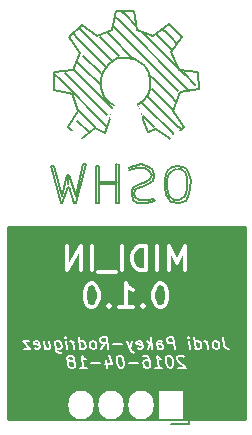
<source format=gbo>
G04 #@! TF.FileFunction,Legend,Bot*
%FSLAX46Y46*%
G04 Gerber Fmt 4.6, Leading zero omitted, Abs format (unit mm)*
G04 Created by KiCad (PCBNEW 4.0.1-stable) date Monday, April 18, 2016 'PMt' 10:33:09 PM*
%MOMM*%
G01*
G04 APERTURE LIST*
%ADD10C,0.100000*%
%ADD11C,0.150000*%
%ADD12C,0.254000*%
%ADD13C,0.152400*%
%ADD14C,0.304800*%
%ADD15C,2.700000*%
%ADD16C,2.400000*%
%ADD17R,2.127200X2.432000*%
%ADD18O,2.127200X2.432000*%
G04 APERTURE END LIST*
D10*
D11*
X154940000Y-119380000D02*
X147320000Y-119380000D01*
X154940000Y-116840000D02*
X147320000Y-116840000D01*
X157760000Y-116560000D02*
X156210000Y-116560000D01*
X147320000Y-119380000D02*
X147320000Y-116840000D01*
X154940000Y-116840000D02*
X154940000Y-119380000D01*
X156210000Y-119660000D02*
X157760000Y-119660000D01*
X157760000Y-119660000D02*
X157760000Y-116560000D01*
X151772620Y-85501480D02*
X157673040Y-91401900D01*
X157373320Y-90101420D02*
X156872940Y-89601040D01*
X152773380Y-88501220D02*
X153073100Y-88800940D01*
X154772360Y-91500960D02*
X154574240Y-91300300D01*
X155773120Y-86502240D02*
X155572460Y-86301580D01*
X156273500Y-87000080D02*
X156672280Y-87401400D01*
X155272740Y-87000080D02*
X154973020Y-86700360D01*
X154271980Y-87000080D02*
X153774140Y-86502240D01*
X152273000Y-85001100D02*
X152072340Y-84800440D01*
X151772620Y-85501480D02*
X151472900Y-85201760D01*
X151772620Y-86502240D02*
X151272240Y-86001860D01*
X150274020Y-87000080D02*
X150172420Y-86901020D01*
X151272240Y-87000080D02*
X150873460Y-86601300D01*
X148772880Y-86502240D02*
X148473160Y-86199980D01*
X148272500Y-87000080D02*
X147972780Y-86700360D01*
X156273500Y-92001340D02*
X156573220Y-92301060D01*
X154772360Y-90500200D02*
X154472640Y-90200480D01*
X156872940Y-94500700D02*
X157073600Y-94701360D01*
X154772360Y-92501720D02*
X154271980Y-92001340D01*
X156273500Y-95001080D02*
X156474160Y-95201740D01*
X154271980Y-93002100D02*
X153774140Y-92501720D01*
X154271980Y-94000320D02*
X153873200Y-93601540D01*
X148772880Y-89501980D02*
X148272500Y-89001600D01*
X148272500Y-89999820D02*
X147972780Y-89700100D01*
X148772880Y-93499940D02*
X148374100Y-93101160D01*
X146773900Y-90500200D02*
X146372580Y-90101420D01*
X148272500Y-94000320D02*
X149273260Y-95001080D01*
X148772880Y-93499940D02*
X149773640Y-94500700D01*
X146773900Y-90500200D02*
X150771860Y-94500700D01*
X147271740Y-89999820D02*
X150771860Y-93499940D01*
X148272500Y-89999820D02*
X151272240Y-93002100D01*
X154271980Y-94000320D02*
X154772360Y-94500700D01*
X154271980Y-93002100D02*
X156273500Y-95001080D01*
X154772360Y-92501720D02*
X156773880Y-94500700D01*
X154772360Y-91500960D02*
X156273500Y-93002100D01*
X154772360Y-90500200D02*
X156273500Y-92001340D01*
X152273000Y-85001100D02*
X153273760Y-86001860D01*
X155773120Y-86502240D02*
X156273500Y-87000080D01*
X155272740Y-87000080D02*
X156273500Y-88000840D01*
X157274260Y-89999820D02*
X158272480Y-91000580D01*
X154271980Y-87000080D02*
X156773880Y-89501980D01*
X151772620Y-86502240D02*
X156773880Y-91500960D01*
X148772880Y-89501980D02*
X150274020Y-91000580D01*
X148772880Y-88501220D02*
X150274020Y-89999820D01*
X151272240Y-87000080D02*
X152773380Y-88501220D01*
X148272500Y-87000080D02*
X150771860Y-89501980D01*
X148772880Y-86502240D02*
X151272240Y-89001600D01*
X150274020Y-87000080D02*
X151772620Y-88501220D01*
X147472400Y-98800920D02*
X147472400Y-99400360D01*
X148973540Y-97701100D02*
X148173440Y-101000560D01*
X148173440Y-101000560D02*
X147972780Y-101000560D01*
X147972780Y-101000560D02*
X147574000Y-99601020D01*
X147574000Y-99601020D02*
X147472400Y-99601020D01*
X147472400Y-99601020D02*
X146972020Y-101000560D01*
X146972020Y-101000560D02*
X146872960Y-101000560D01*
X146872960Y-101000560D02*
X146072860Y-97800160D01*
X146072860Y-97800160D02*
X146273520Y-97800160D01*
X146273520Y-97800160D02*
X146972020Y-100401120D01*
X146972020Y-100401120D02*
X147373340Y-98600260D01*
X147373340Y-98600260D02*
X147574000Y-98600260D01*
X147574000Y-98600260D02*
X148173440Y-100401120D01*
X148173440Y-100401120D02*
X148772880Y-97701100D01*
X148772880Y-97701100D02*
X148973540Y-97701100D01*
X151673560Y-99202240D02*
X150172420Y-99202240D01*
X150172420Y-99202240D02*
X150172420Y-99400360D01*
X150172420Y-99400360D02*
X151571960Y-99400360D01*
X150073360Y-97800160D02*
X150073360Y-101000560D01*
X150073360Y-101000560D02*
X149872700Y-101000560D01*
X149872700Y-101000560D02*
X149872700Y-97800160D01*
X149872700Y-97800160D02*
X150073360Y-97800160D01*
X151571960Y-97701100D02*
X151673560Y-97701100D01*
X151772620Y-97701100D02*
X151772620Y-101000560D01*
X151772620Y-101000560D02*
X151571960Y-101000560D01*
X151571960Y-101000560D02*
X151571960Y-97701100D01*
X152671780Y-98000820D02*
X152773380Y-97901760D01*
X152773380Y-97901760D02*
X153172160Y-97800160D01*
X153172160Y-97800160D02*
X153672540Y-97701100D01*
X153672540Y-97701100D02*
X154373580Y-97901760D01*
X154373580Y-97901760D02*
X154673300Y-98201480D01*
X154673300Y-98201480D02*
X154772360Y-98701860D01*
X154772360Y-98701860D02*
X154673300Y-99100640D01*
X154673300Y-99100640D02*
X154271980Y-99400360D01*
X154271980Y-99400360D02*
X153774140Y-99601020D01*
X153774140Y-99601020D02*
X153372820Y-99700080D01*
X153372820Y-99700080D02*
X153172160Y-99900740D01*
X153172160Y-99900740D02*
X153073100Y-100200460D01*
X153073100Y-100200460D02*
X153172160Y-100500180D01*
X153172160Y-100500180D02*
X153471880Y-100700840D01*
X153471880Y-100700840D02*
X153873200Y-100700840D01*
X153873200Y-100700840D02*
X154373580Y-100700840D01*
X154373580Y-100700840D02*
X154673300Y-100601780D01*
X154673300Y-100601780D02*
X154873960Y-100700840D01*
X154873960Y-100700840D02*
X154574240Y-100901500D01*
X154574240Y-100901500D02*
X153972260Y-101000560D01*
X153972260Y-101000560D02*
X153372820Y-101000560D01*
X153372820Y-101000560D02*
X152974040Y-100700840D01*
X152974040Y-100700840D02*
X152872440Y-100200460D01*
X152872440Y-100200460D02*
X152872440Y-99900740D01*
X152872440Y-99900740D02*
X153073100Y-99601020D01*
X153073100Y-99601020D02*
X153573480Y-99400360D01*
X153573480Y-99400360D02*
X154073860Y-99202240D01*
X154073860Y-99202240D02*
X154472640Y-98899980D01*
X154472640Y-98899980D02*
X154574240Y-98600260D01*
X154574240Y-98600260D02*
X154373580Y-98300540D01*
X154373580Y-98300540D02*
X153972260Y-98000820D01*
X153972260Y-98000820D02*
X153372820Y-98000820D01*
X153372820Y-98000820D02*
X152974040Y-98099880D01*
X152974040Y-98099880D02*
X152671780Y-98201480D01*
X156773880Y-98099880D02*
X157073600Y-98099880D01*
X157073600Y-98099880D02*
X157472380Y-98402140D01*
X157472380Y-98402140D02*
X157573980Y-98899980D01*
X157573980Y-98899980D02*
X157573980Y-99700080D01*
X157573980Y-99700080D02*
X157472380Y-100200460D01*
X157472380Y-100200460D02*
X157274260Y-100500180D01*
X157274260Y-100500180D02*
X156872940Y-100700840D01*
X156872940Y-100700840D02*
X156474160Y-100700840D01*
X156474160Y-100700840D02*
X156072840Y-100401120D01*
X156072840Y-100401120D02*
X155872180Y-99700080D01*
X155872180Y-99700080D02*
X155872180Y-98899980D01*
X155872180Y-98899980D02*
X156072840Y-98501200D01*
X156072840Y-98501200D02*
X156273500Y-98300540D01*
X156273500Y-98300540D02*
X156672280Y-98099880D01*
X156773880Y-97800160D02*
X157172660Y-97901760D01*
X157172660Y-97901760D02*
X157472380Y-98000820D01*
X157472380Y-98000820D02*
X157772100Y-98501200D01*
X157772100Y-98501200D02*
X157873700Y-99100640D01*
X157873700Y-99100640D02*
X157772100Y-100200460D01*
X157772100Y-100200460D02*
X157472380Y-100799900D01*
X157472380Y-100799900D02*
X156872940Y-101000560D01*
X156872940Y-101000560D02*
X156171900Y-100901500D01*
X156171900Y-100901500D02*
X155773120Y-100302060D01*
X155773120Y-100302060D02*
X155674060Y-99601020D01*
X155674060Y-99601020D02*
X155674060Y-98899980D01*
X155674060Y-98899980D02*
X155872180Y-98300540D01*
X155872180Y-98300540D02*
X156273500Y-97901760D01*
X156273500Y-97901760D02*
X156773880Y-97800160D01*
X153372820Y-92702380D02*
X153873200Y-92301060D01*
X153873200Y-92301060D02*
X154271980Y-91800680D01*
X154271980Y-91800680D02*
X154472640Y-91300300D01*
X154472640Y-91300300D02*
X154472640Y-90601800D01*
X154472640Y-90601800D02*
X154371040Y-90002360D01*
X154371040Y-90002360D02*
X153972260Y-89400380D01*
X153972260Y-89400380D02*
X153172160Y-88800940D01*
X153172160Y-88800940D02*
X152372060Y-88701880D01*
X152372060Y-88701880D02*
X151671020Y-88701880D01*
X151671020Y-88701880D02*
X150972520Y-89202260D01*
X150972520Y-89202260D02*
X150472140Y-89900760D01*
X150472140Y-89900760D02*
X150271480Y-90500200D01*
X150271480Y-90500200D02*
X150271480Y-91201240D01*
X150271480Y-91201240D02*
X150571200Y-92001340D01*
X150571200Y-92001340D02*
X151071580Y-92501720D01*
X151071580Y-92501720D02*
X151371300Y-92702380D01*
X151371300Y-92801440D02*
X150622000Y-95051880D01*
X150622000Y-95051880D02*
X149771100Y-94602300D01*
X149771100Y-94602300D02*
X148473160Y-95600520D01*
X148473160Y-95600520D02*
X147472400Y-94500700D01*
X147472400Y-94500700D02*
X148371560Y-93200220D01*
X148371560Y-93200220D02*
X147871180Y-91902280D01*
X147871180Y-91902280D02*
X147871180Y-91701620D01*
X147871180Y-91701620D02*
X146270980Y-91401900D01*
X146270980Y-91401900D02*
X146270980Y-89900760D01*
X146270980Y-89900760D02*
X147871180Y-89702640D01*
X147871180Y-89702640D02*
X148473160Y-88300560D01*
X148473160Y-88300560D02*
X147571460Y-86901020D01*
X147571460Y-86901020D02*
X148671280Y-85900260D01*
X148671280Y-85900260D02*
X149971760Y-86801960D01*
X149971760Y-86801960D02*
X151173180Y-86301580D01*
X151173180Y-86301580D02*
X151571960Y-84701380D01*
X151571960Y-84701380D02*
X153073100Y-84701380D01*
X153073100Y-84701380D02*
X153372820Y-86301580D01*
X153372820Y-86301580D02*
X154673300Y-86801960D01*
X154673300Y-86801960D02*
X156072840Y-85801200D01*
X156072840Y-85801200D02*
X157172660Y-86901020D01*
X157172660Y-86901020D02*
X156171900Y-88201500D01*
X156171900Y-88201500D02*
X156872940Y-89702640D01*
X156872940Y-89702640D02*
X158473140Y-89900760D01*
X158473140Y-89900760D02*
X158572200Y-91300300D01*
X158572200Y-91300300D02*
X156972000Y-91602560D01*
X156972000Y-91602560D02*
X156372560Y-93200220D01*
X156372560Y-93200220D02*
X157271720Y-94500700D01*
X157271720Y-94500700D02*
X156270960Y-95600520D01*
X156270960Y-95600520D02*
X154973020Y-94701360D01*
X154973020Y-94701360D02*
X154271980Y-95001080D01*
X154271980Y-95001080D02*
X153372820Y-92702380D01*
D12*
G36*
X162433000Y-119253000D02*
X142367000Y-119253000D01*
X142367000Y-102997000D01*
X162433000Y-102997000D01*
X162433000Y-119253000D01*
X162433000Y-119253000D01*
G37*
X162433000Y-119253000D02*
X142367000Y-119253000D01*
X142367000Y-102997000D01*
X162433000Y-102997000D01*
X162433000Y-119253000D01*
%LPC*%
D13*
X160627785Y-112321219D02*
X160718500Y-113046933D01*
X160785022Y-113192076D01*
X160893880Y-113288838D01*
X161045070Y-113337219D01*
X161141832Y-113337219D01*
X160125832Y-113337219D02*
X160216547Y-113288838D01*
X160258880Y-113240457D01*
X160295166Y-113143695D01*
X160258880Y-112853410D01*
X160198404Y-112756648D01*
X160143975Y-112708267D01*
X160041166Y-112659886D01*
X159896024Y-112659886D01*
X159805309Y-112708267D01*
X159762976Y-112756648D01*
X159726690Y-112853410D01*
X159762976Y-113143695D01*
X159823452Y-113240457D01*
X159877881Y-113288838D01*
X159980690Y-113337219D01*
X160125832Y-113337219D01*
X159351737Y-113337219D02*
X159267071Y-112659886D01*
X159291261Y-112853410D02*
X159230785Y-112756648D01*
X159176356Y-112708267D01*
X159073547Y-112659886D01*
X158976786Y-112659886D01*
X158287357Y-113337219D02*
X158160357Y-112321219D01*
X158281310Y-113288838D02*
X158384119Y-113337219D01*
X158577642Y-113337219D01*
X158668357Y-113288838D01*
X158710690Y-113240457D01*
X158746976Y-113143695D01*
X158710690Y-112853410D01*
X158650214Y-112756648D01*
X158595785Y-112708267D01*
X158492976Y-112659886D01*
X158299453Y-112659886D01*
X158208738Y-112708267D01*
X157803547Y-113337219D02*
X157718881Y-112659886D01*
X157676547Y-112321219D02*
X157730976Y-112369600D01*
X157688643Y-112417981D01*
X157634214Y-112369600D01*
X157676547Y-112321219D01*
X157688643Y-112417981D01*
X156545642Y-113337219D02*
X156418642Y-112321219D01*
X156031595Y-112321219D01*
X155940881Y-112369600D01*
X155898548Y-112417981D01*
X155862262Y-112514743D01*
X155880405Y-112659886D01*
X155940881Y-112756648D01*
X155995310Y-112805029D01*
X156098119Y-112853410D01*
X156485166Y-112853410D01*
X155094214Y-113337219D02*
X155027691Y-112805029D01*
X155063976Y-112708267D01*
X155154691Y-112659886D01*
X155348214Y-112659886D01*
X155451023Y-112708267D01*
X155088167Y-113288838D02*
X155190976Y-113337219D01*
X155432880Y-113337219D01*
X155523595Y-113288838D01*
X155559880Y-113192076D01*
X155547785Y-113095314D01*
X155487309Y-112998552D01*
X155384499Y-112950171D01*
X155142595Y-112950171D01*
X155039786Y-112901790D01*
X154610404Y-113337219D02*
X154483404Y-112321219D01*
X154465261Y-112950171D02*
X154223357Y-113337219D01*
X154138691Y-112659886D02*
X154574119Y-113046933D01*
X153394834Y-113288838D02*
X153497643Y-113337219D01*
X153691166Y-113337219D01*
X153781881Y-113288838D01*
X153818166Y-113192076D01*
X153769786Y-112805029D01*
X153709309Y-112708267D01*
X153606500Y-112659886D01*
X153412977Y-112659886D01*
X153322262Y-112708267D01*
X153285977Y-112805029D01*
X153298072Y-112901790D01*
X153793976Y-112998552D01*
X152929167Y-112659886D02*
X152771928Y-113337219D01*
X152445358Y-112659886D02*
X152771928Y-113337219D01*
X152898929Y-113579124D01*
X152953357Y-113627505D01*
X153056167Y-113675886D01*
X152094595Y-112950171D02*
X151320500Y-112950171D01*
X150304500Y-113337219D02*
X150582690Y-112853410D01*
X150885071Y-113337219D02*
X150758071Y-112321219D01*
X150371024Y-112321219D01*
X150280310Y-112369600D01*
X150237977Y-112417981D01*
X150201691Y-112514743D01*
X150219834Y-112659886D01*
X150280310Y-112756648D01*
X150334739Y-112805029D01*
X150437548Y-112853410D01*
X150824595Y-112853410D01*
X149723928Y-113337219D02*
X149814643Y-113288838D01*
X149856976Y-113240457D01*
X149893262Y-113143695D01*
X149856976Y-112853410D01*
X149796500Y-112756648D01*
X149742071Y-112708267D01*
X149639262Y-112659886D01*
X149494120Y-112659886D01*
X149403405Y-112708267D01*
X149361072Y-112756648D01*
X149324786Y-112853410D01*
X149361072Y-113143695D01*
X149421548Y-113240457D01*
X149475977Y-113288838D01*
X149578786Y-113337219D01*
X149723928Y-113337219D01*
X148514405Y-113337219D02*
X148387405Y-112321219D01*
X148508358Y-113288838D02*
X148611167Y-113337219D01*
X148804690Y-113337219D01*
X148895405Y-113288838D01*
X148937738Y-113240457D01*
X148974024Y-113143695D01*
X148937738Y-112853410D01*
X148877262Y-112756648D01*
X148822833Y-112708267D01*
X148720024Y-112659886D01*
X148526501Y-112659886D01*
X148435786Y-112708267D01*
X148030595Y-113337219D02*
X147945929Y-112659886D01*
X147970119Y-112853410D02*
X147909643Y-112756648D01*
X147855214Y-112708267D01*
X147752405Y-112659886D01*
X147655644Y-112659886D01*
X147401643Y-113337219D02*
X147316977Y-112659886D01*
X147274643Y-112321219D02*
X147329072Y-112369600D01*
X147286739Y-112417981D01*
X147232310Y-112369600D01*
X147274643Y-112321219D01*
X147286739Y-112417981D01*
X146397739Y-112659886D02*
X146500548Y-113482362D01*
X146561025Y-113579124D01*
X146615453Y-113627505D01*
X146718262Y-113675886D01*
X146863405Y-113675886D01*
X146954119Y-113627505D01*
X146476358Y-113288838D02*
X146579167Y-113337219D01*
X146772690Y-113337219D01*
X146863405Y-113288838D01*
X146905738Y-113240457D01*
X146942024Y-113143695D01*
X146905738Y-112853410D01*
X146845262Y-112756648D01*
X146790833Y-112708267D01*
X146688024Y-112659886D01*
X146494501Y-112659886D01*
X146403786Y-112708267D01*
X145478501Y-112659886D02*
X145563167Y-113337219D01*
X145913929Y-112659886D02*
X145980452Y-113192076D01*
X145944167Y-113288838D01*
X145853452Y-113337219D01*
X145708310Y-113337219D01*
X145605501Y-113288838D01*
X145551072Y-113240457D01*
X144686263Y-113288838D02*
X144789072Y-113337219D01*
X144982595Y-113337219D01*
X145073310Y-113288838D01*
X145109595Y-113192076D01*
X145061215Y-112805029D01*
X145000738Y-112708267D01*
X144897929Y-112659886D01*
X144704406Y-112659886D01*
X144613691Y-112708267D01*
X144577406Y-112805029D01*
X144589501Y-112901790D01*
X145085405Y-112998552D01*
X144220596Y-112659886D02*
X143688406Y-112659886D01*
X144305262Y-113337219D01*
X143773072Y-113337219D01*
X157277405Y-113992781D02*
X157222976Y-113944400D01*
X157120166Y-113896019D01*
X156878262Y-113896019D01*
X156787548Y-113944400D01*
X156745215Y-113992781D01*
X156708929Y-114089543D01*
X156721024Y-114186305D01*
X156787548Y-114331448D01*
X157440690Y-114912019D01*
X156811738Y-114912019D01*
X156055785Y-113896019D02*
X155959024Y-113896019D01*
X155868310Y-113944400D01*
X155825977Y-113992781D01*
X155789691Y-114089543D01*
X155765500Y-114283067D01*
X155795738Y-114524971D01*
X155868310Y-114718495D01*
X155928786Y-114815257D01*
X155983215Y-114863638D01*
X156086024Y-114912019D01*
X156182785Y-114912019D01*
X156273500Y-114863638D01*
X156315833Y-114815257D01*
X156352119Y-114718495D01*
X156376309Y-114524971D01*
X156346071Y-114283067D01*
X156273500Y-114089543D01*
X156213024Y-113992781D01*
X156158595Y-113944400D01*
X156055785Y-113896019D01*
X154876500Y-114912019D02*
X155457071Y-114912019D01*
X155166785Y-114912019D02*
X155039785Y-113896019D01*
X155154690Y-114041162D01*
X155263547Y-114137924D01*
X155366357Y-114186305D01*
X153878643Y-113896019D02*
X154072166Y-113896019D01*
X154174976Y-113944400D01*
X154229405Y-113992781D01*
X154344309Y-114137924D01*
X154416881Y-114331448D01*
X154465262Y-114718495D01*
X154428976Y-114815257D01*
X154386643Y-114863638D01*
X154295928Y-114912019D01*
X154102405Y-114912019D01*
X153999596Y-114863638D01*
X153945167Y-114815257D01*
X153884691Y-114718495D01*
X153854453Y-114476590D01*
X153890739Y-114379829D01*
X153933072Y-114331448D01*
X154023786Y-114283067D01*
X154217309Y-114283067D01*
X154320119Y-114331448D01*
X154374548Y-114379829D01*
X154435024Y-114476590D01*
X153425071Y-114524971D02*
X152650976Y-114524971D01*
X151895023Y-113896019D02*
X151798262Y-113896019D01*
X151707548Y-113944400D01*
X151665215Y-113992781D01*
X151628929Y-114089543D01*
X151604738Y-114283067D01*
X151634976Y-114524971D01*
X151707548Y-114718495D01*
X151768024Y-114815257D01*
X151822453Y-114863638D01*
X151925262Y-114912019D01*
X152022023Y-114912019D01*
X152112738Y-114863638D01*
X152155071Y-114815257D01*
X152191357Y-114718495D01*
X152215547Y-114524971D01*
X152185309Y-114283067D01*
X152112738Y-114089543D01*
X152052262Y-113992781D01*
X151997833Y-113944400D01*
X151895023Y-113896019D01*
X150727834Y-114234686D02*
X150812500Y-114912019D01*
X150921357Y-113847638D02*
X151253976Y-114573352D01*
X150625024Y-114573352D01*
X150231928Y-114524971D02*
X149457833Y-114524971D01*
X148490214Y-114912019D02*
X149070785Y-114912019D01*
X148780499Y-114912019D02*
X148653499Y-113896019D01*
X148768404Y-114041162D01*
X148877261Y-114137924D01*
X148980071Y-114186305D01*
X147837071Y-114331448D02*
X147927785Y-114283067D01*
X147970119Y-114234686D01*
X148006404Y-114137924D01*
X148000357Y-114089543D01*
X147939881Y-113992781D01*
X147885452Y-113944400D01*
X147782642Y-113896019D01*
X147589119Y-113896019D01*
X147498405Y-113944400D01*
X147456072Y-113992781D01*
X147419786Y-114089543D01*
X147425833Y-114137924D01*
X147486310Y-114234686D01*
X147540738Y-114283067D01*
X147643548Y-114331448D01*
X147837071Y-114331448D01*
X147939881Y-114379829D01*
X147994309Y-114428210D01*
X148054785Y-114524971D01*
X148078976Y-114718495D01*
X148042690Y-114815257D01*
X148000357Y-114863638D01*
X147909642Y-114912019D01*
X147716119Y-114912019D01*
X147613310Y-114863638D01*
X147558881Y-114815257D01*
X147498405Y-114718495D01*
X147474214Y-114524971D01*
X147510500Y-114428210D01*
X147552834Y-114379829D01*
X147643548Y-114331448D01*
D14*
X157383237Y-106659438D02*
X157383237Y-104627438D01*
X156705904Y-106078867D01*
X156028571Y-104627438D01*
X156028571Y-106659438D01*
X155060951Y-106659438D02*
X155060951Y-104627438D01*
X154093332Y-106659438D02*
X154093332Y-104627438D01*
X153609523Y-104627438D01*
X153319237Y-104724200D01*
X153125713Y-104917724D01*
X153028952Y-105111248D01*
X152932190Y-105498295D01*
X152932190Y-105788581D01*
X153028952Y-106175629D01*
X153125713Y-106369152D01*
X153319237Y-106562676D01*
X153609523Y-106659438D01*
X154093332Y-106659438D01*
X152061332Y-106659438D02*
X152061332Y-104627438D01*
X151577523Y-106852962D02*
X150029333Y-106852962D01*
X149545523Y-106659438D02*
X149545523Y-104627438D01*
X148577904Y-106659438D02*
X148577904Y-104627438D01*
X147416762Y-106659438D01*
X147416762Y-104627438D01*
X155399619Y-107777038D02*
X155206095Y-107777038D01*
X155012571Y-107873800D01*
X154915809Y-107970562D01*
X154819047Y-108164086D01*
X154722286Y-108551133D01*
X154722286Y-109034943D01*
X154819047Y-109421990D01*
X154915809Y-109615514D01*
X155012571Y-109712276D01*
X155206095Y-109809038D01*
X155399619Y-109809038D01*
X155593143Y-109712276D01*
X155689905Y-109615514D01*
X155786666Y-109421990D01*
X155883428Y-109034943D01*
X155883428Y-108551133D01*
X155786666Y-108164086D01*
X155689905Y-107970562D01*
X155593143Y-107873800D01*
X155399619Y-107777038D01*
X153851428Y-109615514D02*
X153754667Y-109712276D01*
X153851428Y-109809038D01*
X153948190Y-109712276D01*
X153851428Y-109615514D01*
X153851428Y-109809038D01*
X151819429Y-109809038D02*
X152980571Y-109809038D01*
X152400000Y-109809038D02*
X152400000Y-107777038D01*
X152593524Y-108067324D01*
X152787048Y-108260848D01*
X152980571Y-108357610D01*
X150948571Y-109615514D02*
X150851810Y-109712276D01*
X150948571Y-109809038D01*
X151045333Y-109712276D01*
X150948571Y-109615514D01*
X150948571Y-109809038D01*
X149593905Y-107777038D02*
X149400381Y-107777038D01*
X149206857Y-107873800D01*
X149110095Y-107970562D01*
X149013333Y-108164086D01*
X148916572Y-108551133D01*
X148916572Y-109034943D01*
X149013333Y-109421990D01*
X149110095Y-109615514D01*
X149206857Y-109712276D01*
X149400381Y-109809038D01*
X149593905Y-109809038D01*
X149787429Y-109712276D01*
X149884191Y-109615514D01*
X149980952Y-109421990D01*
X150077714Y-109034943D01*
X150077714Y-108551133D01*
X149980952Y-108164086D01*
X149884191Y-107970562D01*
X149787429Y-107873800D01*
X149593905Y-107777038D01*
D15*
X157407000Y-96162500D03*
D16*
X149907000Y-83662500D03*
D15*
X159907000Y-93662500D03*
X152407000Y-93662500D03*
X144907000Y-93662500D03*
X147407000Y-96162500D03*
D16*
X154907000Y-83662500D03*
D17*
X156210000Y-118110000D03*
D18*
X153670000Y-118110000D03*
X151130000Y-118110000D03*
X148590000Y-118110000D03*
M02*

</source>
